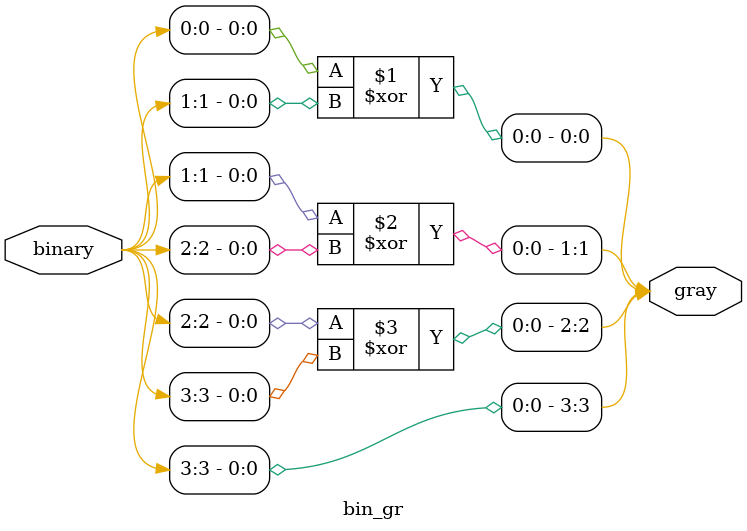
<source format=v>
module bin_gr(input [3:0]binary,output [3:0]gray);
  genvar i;
  for(i=0;i<3;i++)
    begin
      assign gray[i]=binary[i]^binary[i+1];
    end
  assign gray[3]=binary[3];
endmodule

</source>
